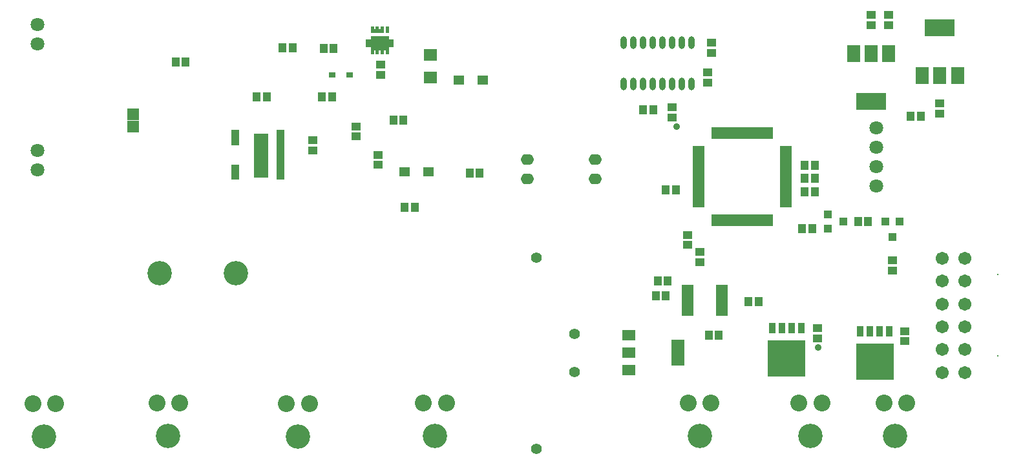
<source format=gbr>
%TF.GenerationSoftware,Altium Limited,Altium Designer,19.1.8 (144)*%
G04 Layer_Color=16711935*
%FSLAX26Y26*%
%MOIN*%
%TF.FileFunction,Soldermask,Bot*%
%TF.Part,Single*%
G01*
G75*
%TA.AperFunction,SMDPad,CuDef*%
%ADD38R,0.007874X0.007874*%
%ADD60R,0.078079X0.231622*%
%ADD61R,0.039496X0.025716*%
%ADD62R,0.043433X0.047370*%
%ADD63R,0.047370X0.043433*%
%ADD64R,0.041465X0.045402*%
%ADD65R,0.055244X0.051307*%
%ADD66R,0.045402X0.041465*%
%ADD67R,0.193039X0.189102*%
%ADD68R,0.035559X0.053276*%
%ADD69R,0.037528X0.027685*%
%ADD70R,0.065087X0.061150*%
%ADD71R,0.015874X0.015874*%
%ADD72R,0.063118X0.059181*%
%ADD73R,0.067055X0.055244*%
%ADD74R,0.067055X0.137921*%
%ADD75O,0.067055X0.055244*%
%ADD76O,0.031622X0.065087*%
%ADD77R,0.043433X0.039496*%
%ADD78R,0.039496X0.043433*%
%ADD79R,0.067055X0.086740*%
%ADD80R,0.157606X0.086740*%
%ADD81R,0.061150X0.019811*%
%ADD82R,0.019811X0.061150*%
%TA.AperFunction,ComponentPad*%
%ADD83C,0.126110*%
%ADD84C,0.086740*%
%ADD85C,0.070992*%
%ADD86C,0.008000*%
%ADD87C,0.067055*%
%ADD88C,0.055244*%
%TA.AperFunction,ViaPad*%
%ADD89C,0.035559*%
G36*
X1422254Y4323108D02*
X1353751D01*
Y4354604D01*
X1371073D01*
Y4342793D01*
X1379341D01*
Y4354604D01*
X1396664D01*
Y4342793D01*
X1404932D01*
Y4354604D01*
X1422254D01*
Y4323108D01*
D02*
G37*
G36*
X1447845D02*
X1430522D01*
Y4354604D01*
X1447845D01*
Y4323108D01*
D02*
G37*
G36*
Y4288069D02*
X1471664D01*
Y4248305D01*
X1447845D01*
Y4212872D01*
X1430522D01*
Y4232557D01*
X1422254D01*
Y4212872D01*
X1404932D01*
Y4232557D01*
X1396664D01*
Y4212872D01*
X1379341D01*
Y4232557D01*
X1371073D01*
Y4212872D01*
X1353751D01*
Y4248305D01*
X1329932D01*
Y4288069D01*
X1353751D01*
Y4303817D01*
X1447845D01*
Y4288069D01*
D02*
G37*
D38*
X1402845Y4238817D02*
D03*
D60*
X788708Y3688482D02*
D03*
D61*
X654850Y3577262D02*
D03*
Y3602852D02*
D03*
Y3628443D02*
D03*
Y3756395D02*
D03*
Y3781986D02*
D03*
Y3807577D02*
D03*
X887133Y3577262D02*
D03*
Y3602852D02*
D03*
Y3628443D02*
D03*
Y3654033D02*
D03*
Y3679624D02*
D03*
Y3705214D02*
D03*
Y3730805D02*
D03*
Y3756395D02*
D03*
Y3781986D02*
D03*
Y3807577D02*
D03*
D62*
X2876729Y3511102D02*
D03*
X2929879D02*
D03*
X4138425Y3892165D02*
D03*
X4191575D02*
D03*
X1155409Y3990640D02*
D03*
X1102259D02*
D03*
X3593307Y3637599D02*
D03*
X3646457D02*
D03*
X3593307Y3570709D02*
D03*
X3646457D02*
D03*
X3593307Y3502599D02*
D03*
X3646457D02*
D03*
X817251Y3992608D02*
D03*
X764102D02*
D03*
X899170Y4245225D02*
D03*
X952320D02*
D03*
D63*
X3050945Y3192805D02*
D03*
Y3139655D02*
D03*
X3092030Y4118740D02*
D03*
Y4065591D02*
D03*
X3110731Y4217165D02*
D03*
Y4270315D02*
D03*
X4290000Y3903425D02*
D03*
Y3956575D02*
D03*
X4024410Y4413740D02*
D03*
Y4360591D02*
D03*
X3935000Y4413740D02*
D03*
Y4360591D02*
D03*
X1054525Y3767800D02*
D03*
Y3714650D02*
D03*
X1404932Y4104866D02*
D03*
Y4158016D02*
D03*
D64*
X3096772Y2761102D02*
D03*
X3147953D02*
D03*
X3302382Y2934818D02*
D03*
X3353564D02*
D03*
X3919843Y3347559D02*
D03*
X3868661D02*
D03*
X1470335Y3870199D02*
D03*
X1521516D02*
D03*
X347649Y4169827D02*
D03*
X398830D02*
D03*
X2824564Y2965000D02*
D03*
X2875745D02*
D03*
X2834409Y3040000D02*
D03*
X2885590D02*
D03*
X2760000Y3924843D02*
D03*
X2811181D02*
D03*
X3631145Y3310157D02*
D03*
X3579964D02*
D03*
X1529801Y3421155D02*
D03*
X1580982D02*
D03*
X1163280Y4243025D02*
D03*
X1112099D02*
D03*
X1914992Y3599218D02*
D03*
X1863810D02*
D03*
D65*
X1527833Y3604883D02*
D03*
X1651848D02*
D03*
X1808692Y4078292D02*
D03*
X1932708D02*
D03*
D66*
X3660000Y2746299D02*
D03*
Y2797480D02*
D03*
X1392812Y3692798D02*
D03*
Y3641617D02*
D03*
X1277846Y3787390D02*
D03*
Y3838571D02*
D03*
X4110000Y2730000D02*
D03*
Y2781181D02*
D03*
X4045118Y3096023D02*
D03*
Y3147205D02*
D03*
X2988464Y3279378D02*
D03*
Y3228197D02*
D03*
X2910037Y3936532D02*
D03*
Y3885351D02*
D03*
D67*
X3500000Y2640000D02*
D03*
X3955000Y2625000D02*
D03*
D68*
X3575000Y2797480D02*
D03*
X3525000D02*
D03*
X3475000D02*
D03*
X3425000D02*
D03*
X4030000Y2782480D02*
D03*
X3980000D02*
D03*
X3930000D02*
D03*
X3880000D02*
D03*
D69*
X1245960Y4104867D02*
D03*
X1155409D02*
D03*
D70*
X1663179Y4208213D02*
D03*
Y4092071D02*
D03*
D71*
X1387845Y4333817D02*
D03*
D72*
X127739Y3838353D02*
D03*
Y3901345D02*
D03*
D73*
X2685000Y2580000D02*
D03*
Y2670551D02*
D03*
Y2761102D02*
D03*
D74*
X2936968Y2670551D02*
D03*
D75*
X2162645Y3567207D02*
D03*
Y3667207D02*
D03*
X2513039Y3567207D02*
D03*
Y3667207D02*
D03*
D76*
X3010000Y4057716D02*
D03*
X2960000D02*
D03*
X2910000D02*
D03*
X2860000D02*
D03*
X2810000D02*
D03*
X2760000D02*
D03*
X2710000D02*
D03*
X2660000D02*
D03*
X3010000Y4272283D02*
D03*
X2960000D02*
D03*
X2910000D02*
D03*
X2860000D02*
D03*
X2810000D02*
D03*
X2760000D02*
D03*
X2710000D02*
D03*
X2660000D02*
D03*
D77*
X3790315Y3347559D02*
D03*
X3711575Y3384961D02*
D03*
Y3310157D02*
D03*
D78*
X4045117Y3268819D02*
D03*
X4082518Y3347559D02*
D03*
X4007715D02*
D03*
D79*
X3844449Y4216181D02*
D03*
X3935000D02*
D03*
X4025551D02*
D03*
X4380551Y4101535D02*
D03*
X4290000D02*
D03*
X4199449D02*
D03*
D80*
X3935000Y3968150D02*
D03*
X4290000Y4349567D02*
D03*
D81*
X2988464Y2872283D02*
D03*
Y2891968D02*
D03*
Y2911653D02*
D03*
Y2931338D02*
D03*
Y2951024D02*
D03*
Y2970709D02*
D03*
Y2990394D02*
D03*
Y3010079D02*
D03*
X3163661Y2872283D02*
D03*
Y2891968D02*
D03*
Y2911653D02*
D03*
Y2931338D02*
D03*
Y2951024D02*
D03*
Y2970709D02*
D03*
Y2990394D02*
D03*
Y3010079D02*
D03*
X3043622Y3727638D02*
D03*
Y3707953D02*
D03*
Y3688268D02*
D03*
Y3668583D02*
D03*
Y3648898D02*
D03*
Y3629213D02*
D03*
Y3609528D02*
D03*
Y3589843D02*
D03*
Y3570157D02*
D03*
Y3550472D02*
D03*
Y3530787D02*
D03*
Y3511102D02*
D03*
Y3491417D02*
D03*
Y3471732D02*
D03*
Y3452047D02*
D03*
Y3432362D02*
D03*
X3496378D02*
D03*
Y3452047D02*
D03*
Y3471732D02*
D03*
Y3491417D02*
D03*
Y3511102D02*
D03*
Y3530787D02*
D03*
Y3550472D02*
D03*
Y3570157D02*
D03*
Y3589843D02*
D03*
Y3609528D02*
D03*
Y3629213D02*
D03*
Y3648898D02*
D03*
Y3668583D02*
D03*
Y3688268D02*
D03*
Y3707953D02*
D03*
Y3727638D02*
D03*
D82*
X3417638Y3806378D02*
D03*
X3397953D02*
D03*
X3378268D02*
D03*
X3358583D02*
D03*
X3338898D02*
D03*
X3319213D02*
D03*
X3299528D02*
D03*
X3279843D02*
D03*
X3260157D02*
D03*
X3240472D02*
D03*
X3220787D02*
D03*
X3201102D02*
D03*
X3181417D02*
D03*
X3161732D02*
D03*
X3142047D02*
D03*
X3122362D02*
D03*
Y3353622D02*
D03*
X3142047D02*
D03*
X3161732D02*
D03*
X3181417D02*
D03*
X3201102D02*
D03*
X3220787D02*
D03*
X3240472D02*
D03*
X3260157D02*
D03*
X3279843D02*
D03*
X3299528D02*
D03*
X3319213D02*
D03*
X3338898D02*
D03*
X3358583D02*
D03*
X3378268D02*
D03*
X3397953D02*
D03*
X3417638D02*
D03*
D83*
X-330147Y2236486D02*
D03*
X310000Y2240000D02*
D03*
X977889Y2239161D02*
D03*
X266364Y3082771D02*
D03*
X660065D02*
D03*
X3050945Y2240000D02*
D03*
X3622244D02*
D03*
X4059646D02*
D03*
X1685000D02*
D03*
D84*
X-389202Y2406565D02*
D03*
X-271092D02*
D03*
X250945Y2410079D02*
D03*
X369055D02*
D03*
X918834Y2409240D02*
D03*
X1036944D02*
D03*
X2991890Y2410079D02*
D03*
X3110000D02*
D03*
X3563189D02*
D03*
X3681299D02*
D03*
X4000591D02*
D03*
X4118701D02*
D03*
X1625945D02*
D03*
X1744055D02*
D03*
D85*
X3961732Y3530276D02*
D03*
Y3630276D02*
D03*
Y3730276D02*
D03*
Y3830276D02*
D03*
X-363268Y3715276D02*
D03*
Y3615276D02*
D03*
Y4365276D02*
D03*
Y4265276D02*
D03*
D86*
X4590000Y3073976D02*
D03*
Y2653504D02*
D03*
D87*
X4301811Y3159016D02*
D03*
Y3040905D02*
D03*
Y2922795D02*
D03*
Y2804685D02*
D03*
Y2686575D02*
D03*
Y2568465D02*
D03*
X4419921Y3159016D02*
D03*
Y3040905D02*
D03*
Y2922795D02*
D03*
Y2804685D02*
D03*
Y2686575D02*
D03*
Y2568465D02*
D03*
D88*
X2208150Y2176299D02*
D03*
X2405000Y2570000D02*
D03*
X2208150Y3160551D02*
D03*
X2405000Y2766850D02*
D03*
D89*
X3661417Y2696850D02*
D03*
X2933071Y3838583D02*
D03*
%TF.MD5,387d7c28c27ee122de86ca6dd66d3dc6*%
M02*

</source>
